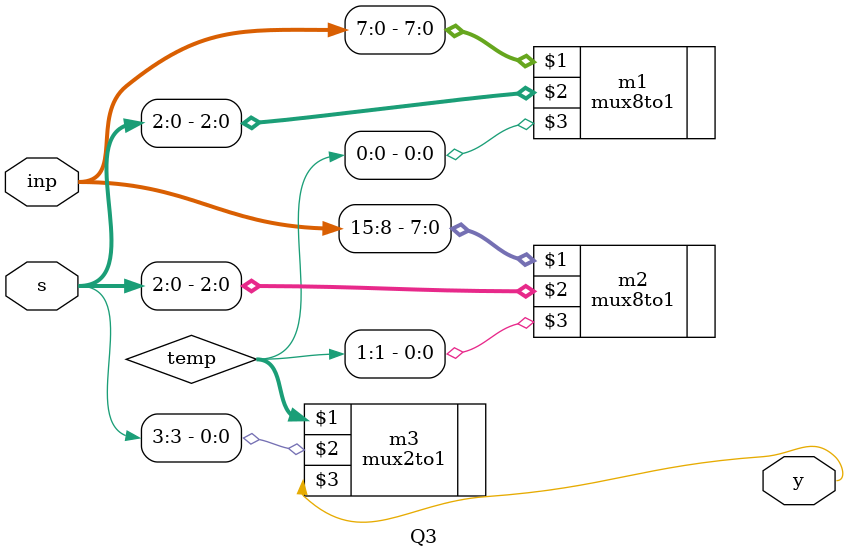
<source format=v>
`include "mux2to1.v"
`include "mux8to1.v"
module Q3(inp, s, y);
input [15:0]inp;
input [3:0]s;
output y;
wire [1:0]temp;
mux8to1 m1(inp[7:0],s[2:0],temp[0]);
mux8to1 m2(inp[15:8],s[2:0],temp[1]);
mux2to1 m3(temp[1:0],s[3],y);
endmodule
</source>
